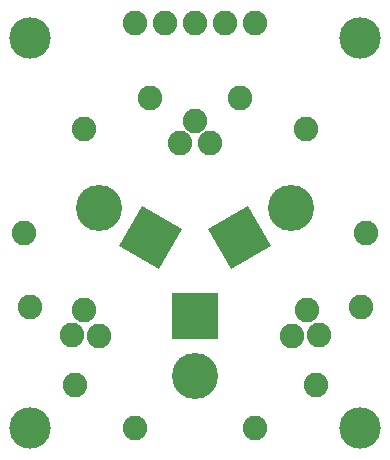
<source format=gbs>
G75*
G70*
%OFA0B0*%
%FSLAX24Y24*%
%IPPOS*%
%LPD*%
%AMOC8*
5,1,8,0,0,1.08239X$1,22.5*
%
%ADD10C,0.1537*%
%ADD11R,0.1537X0.1537*%
%ADD12R,0.1537X0.1537*%
%ADD13C,0.0820*%
%ADD14C,0.1380*%
D10*
X020833Y009750D03*
X017617Y015350D03*
X024049Y015350D03*
D11*
X020833Y011750D03*
D12*
G36*
X019068Y015399D02*
X020398Y014631D01*
X019630Y013301D01*
X018300Y014069D01*
X019068Y015399D01*
G37*
G36*
X023366Y014069D02*
X022036Y013301D01*
X021268Y014631D01*
X022598Y015399D01*
X023366Y014069D01*
G37*
D13*
X026533Y014518D03*
X026383Y012049D03*
X024983Y011125D03*
X024083Y011067D03*
X024583Y011933D03*
X024883Y009451D03*
X022833Y008000D03*
X018833Y008000D03*
X016833Y009451D03*
X017633Y011067D03*
X016734Y011125D03*
X017133Y011933D03*
X015333Y012049D03*
X015133Y014518D03*
X020333Y017500D03*
X021333Y017500D03*
X020833Y018250D03*
X022333Y019000D03*
X024533Y017982D03*
X019333Y019000D03*
X017133Y017982D03*
X018833Y021500D03*
X019833Y021500D03*
X020833Y021500D03*
X021833Y021500D03*
X022833Y021500D03*
D14*
X015333Y008000D03*
X026333Y008000D03*
X026333Y021000D03*
X015333Y021000D03*
M02*

</source>
